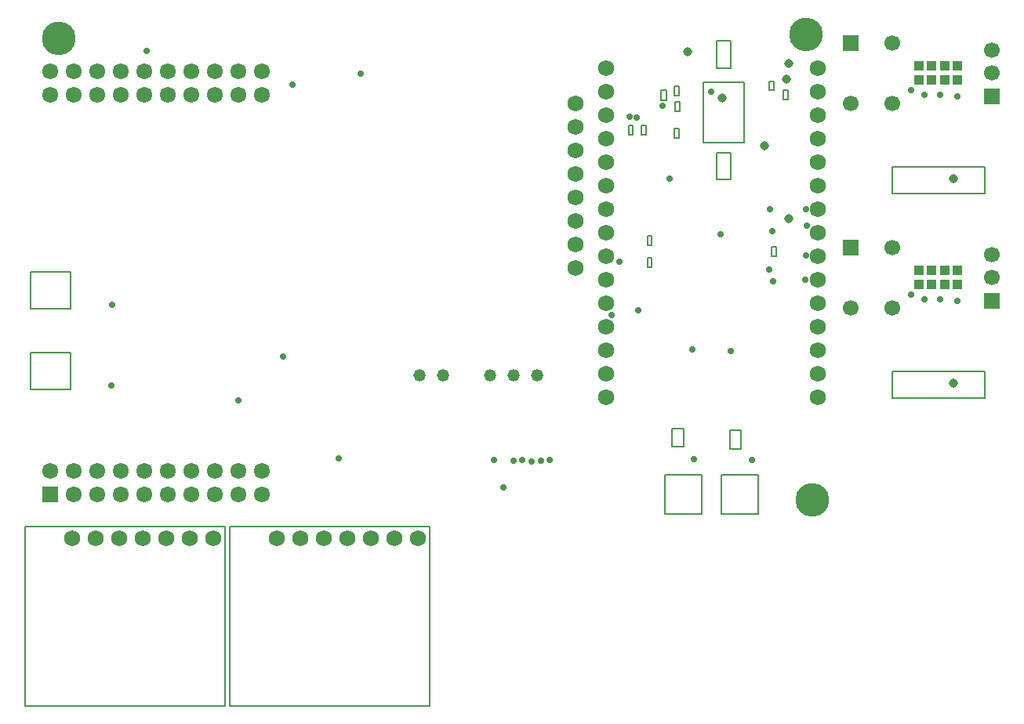
<source format=gbs>
G04*
G04 #@! TF.GenerationSoftware,Altium Limited,Altium Designer,24.2.2 (26)*
G04*
G04 Layer_Color=16711935*
%FSLAX42Y42*%
%MOMM*%
G71*
G04*
G04 #@! TF.SameCoordinates,76D319BD-C469-47C5-B3DC-DB0EE438ED8F*
G04*
G04*
G04 #@! TF.FilePolarity,Negative*
G04*
G01*
G75*
%ADD31C,0.15*%
%ADD32C,0.20*%
%ADD41C,1.32*%
%ADD55C,1.73*%
%ADD56C,1.70*%
%ADD57R,1.70X1.70*%
%ADD58C,0.71*%
%ADD59C,0.97*%
%ADD60C,3.63*%
%ADD61R,1.72X1.72*%
%ADD62C,1.72*%
%ADD63R,1.00X1.00*%
D31*
X256Y2990D02*
X2415D01*
X256Y1047D02*
Y2990D01*
Y1047D02*
X2415D01*
Y2990D01*
X2466D02*
X4625D01*
X2466Y1047D02*
Y2990D01*
Y1047D02*
X4625D01*
Y2990D01*
D32*
X10622Y4376D02*
Y4666D01*
X9622D02*
X10622D01*
X9622Y4376D02*
Y4666D01*
Y4376D02*
X10622D01*
Y6586D02*
Y6876D01*
X9622D02*
X10622D01*
X9622Y6586D02*
Y6876D01*
Y6586D02*
X10622D01*
X319Y5737D02*
X744D01*
X319Y5337D02*
Y5737D01*
Y5337D02*
X744D01*
Y5737D01*
X319Y4866D02*
X744D01*
X319Y4466D02*
Y4866D01*
Y4466D02*
X744D01*
Y4866D01*
X7775Y3123D02*
Y3548D01*
Y3123D02*
X8175D01*
Y3548D01*
X7775D02*
X8175D01*
X7163Y3123D02*
Y3548D01*
Y3123D02*
X7563D01*
Y3548D01*
X7163D02*
X7563D01*
X7580Y7135D02*
Y7785D01*
Y7135D02*
X8020D01*
Y7785D01*
X7580D02*
X8020D01*
X7880Y7942D02*
Y8232D01*
X7720D02*
X7880D01*
X7720Y7942D02*
Y8232D01*
Y7942D02*
X7880D01*
X6772Y7224D02*
X6822D01*
Y7324D01*
X6772D02*
X6822D01*
X6772Y7224D02*
Y7324D01*
X6909D02*
X6959D01*
X6909Y7224D02*
Y7324D01*
Y7224D02*
X6959D01*
Y7324D01*
X8441Y7703D02*
X8491D01*
X8441Y7603D02*
Y7703D01*
Y7603D02*
X8491D01*
Y7703D01*
X7272Y7470D02*
X7327D01*
Y7575D01*
X7272D02*
X7327D01*
X7272Y7470D02*
Y7575D01*
X7267Y7284D02*
X7317D01*
X7267Y7184D02*
Y7284D01*
Y7184D02*
X7317D01*
Y7284D01*
X7125Y7701D02*
X7180D01*
X7125Y7596D02*
Y7701D01*
Y7596D02*
X7180D01*
Y7701D01*
X8294Y7699D02*
X8343D01*
Y7799D01*
X8294D02*
X8343D01*
X8294Y7699D02*
Y7799D01*
X7267Y7641D02*
X7317D01*
Y7741D01*
X7267D02*
X7317D01*
X7267Y7641D02*
Y7741D01*
X7720Y6738D02*
Y7028D01*
Y6738D02*
X7880D01*
Y7028D01*
X7720D02*
X7880D01*
X6975Y5789D02*
X7025D01*
Y5889D01*
X6975D02*
X7025D01*
X6975Y5789D02*
Y5889D01*
Y6028D02*
X7025D01*
Y6128D01*
X6975D02*
X7025D01*
X6975Y6028D02*
Y6128D01*
X8314Y5908D02*
X8364D01*
Y6008D01*
X8314D02*
X8364D01*
X8314Y5908D02*
Y6008D01*
X7865Y4029D02*
X7990D01*
X7865Y3829D02*
Y4029D01*
Y3829D02*
X7990D01*
Y4029D01*
X7245Y4048D02*
X7370D01*
X7245Y3848D02*
Y4048D01*
Y3848D02*
X7370D01*
Y4048D01*
D41*
X5535Y4623D02*
D03*
X5789D02*
D03*
X5281D02*
D03*
X4773D02*
D03*
X4519D02*
D03*
D55*
X764Y2863D02*
D03*
X1018D02*
D03*
X1272D02*
D03*
X1526D02*
D03*
X1780D02*
D03*
X2034D02*
D03*
X2288D02*
D03*
X2974D02*
D03*
X3228D02*
D03*
X3482D02*
D03*
X3736D02*
D03*
X3990D02*
D03*
X4244D02*
D03*
X4498D02*
D03*
X8814Y7940D02*
D03*
Y7686D02*
D03*
Y7432D02*
D03*
Y7178D02*
D03*
Y6924D02*
D03*
Y6670D02*
D03*
Y6416D02*
D03*
Y6162D02*
D03*
Y5908D02*
D03*
Y5654D02*
D03*
Y5400D02*
D03*
Y5146D02*
D03*
Y4892D02*
D03*
Y4638D02*
D03*
Y4384D02*
D03*
X6528D02*
D03*
Y4638D02*
D03*
Y4892D02*
D03*
Y5146D02*
D03*
Y5400D02*
D03*
Y5654D02*
D03*
Y5908D02*
D03*
Y6162D02*
D03*
Y6416D02*
D03*
Y6670D02*
D03*
Y6924D02*
D03*
Y7178D02*
D03*
Y7432D02*
D03*
Y7686D02*
D03*
Y7940D02*
D03*
X6203Y7559D02*
D03*
Y7305D02*
D03*
Y7051D02*
D03*
Y6797D02*
D03*
Y6543D02*
D03*
Y6289D02*
D03*
Y6035D02*
D03*
Y5781D02*
D03*
D56*
X10693Y5927D02*
D03*
Y5677D02*
D03*
X9623Y6002D02*
D03*
Y5352D02*
D03*
X9173D02*
D03*
X10693Y8137D02*
D03*
Y7887D02*
D03*
X9623Y8212D02*
D03*
Y7562D02*
D03*
X9173D02*
D03*
D57*
X10693Y5427D02*
D03*
X9173Y6002D02*
D03*
X10693Y7637D02*
D03*
X9173Y8212D02*
D03*
D58*
X9969Y5441D02*
D03*
X10135Y5443D02*
D03*
X9827Y5489D02*
D03*
X10325Y5428D02*
D03*
X9969Y7650D02*
D03*
X10135Y7653D02*
D03*
X9827Y7699D02*
D03*
X10325Y7638D02*
D03*
X6881Y5321D02*
D03*
X7140Y7537D02*
D03*
X7661Y7686D02*
D03*
X3881Y7884D02*
D03*
X8108Y3703D02*
D03*
X8326Y6175D02*
D03*
X8334Y5639D02*
D03*
X8695Y6234D02*
D03*
X8687Y6414D02*
D03*
X8684Y5654D02*
D03*
X8687Y5913D02*
D03*
X6678Y5850D02*
D03*
X6856Y7407D02*
D03*
X6780Y7415D02*
D03*
X8296Y6414D02*
D03*
X8291Y5763D02*
D03*
X5418Y3411D02*
D03*
X3642Y3724D02*
D03*
X1570Y8128D02*
D03*
X2563Y4346D02*
D03*
X1199Y5387D02*
D03*
X1186Y4508D02*
D03*
X5323Y3705D02*
D03*
X5530Y3698D02*
D03*
X5626Y3703D02*
D03*
X5725Y3693D02*
D03*
X5824Y3695D02*
D03*
X5923Y3703D02*
D03*
X3043Y4826D02*
D03*
X6586Y5273D02*
D03*
X7480Y3711D02*
D03*
X7214Y6744D02*
D03*
X7460Y4899D02*
D03*
X7770Y6149D02*
D03*
X7879Y4884D02*
D03*
X3142Y7762D02*
D03*
D59*
X10279Y4539D02*
D03*
Y6749D02*
D03*
X8240Y7104D02*
D03*
X8499Y6314D02*
D03*
X7412Y8120D02*
D03*
X7785Y7615D02*
D03*
X8479Y7818D02*
D03*
X8504Y7991D02*
D03*
D60*
X617Y8265D02*
D03*
X8687Y8308D02*
D03*
X8758Y3272D02*
D03*
D61*
X531Y3338D02*
D03*
D62*
X785D02*
D03*
X1039D02*
D03*
X1293D02*
D03*
X1547D02*
D03*
X1801D02*
D03*
X2055D02*
D03*
X2309D02*
D03*
X2563D02*
D03*
X2817D02*
D03*
X531Y7910D02*
D03*
Y3592D02*
D03*
Y7656D02*
D03*
X785Y7910D02*
D03*
Y3592D02*
D03*
Y7656D02*
D03*
X1039Y7910D02*
D03*
Y3592D02*
D03*
Y7656D02*
D03*
X1293Y7910D02*
D03*
Y3592D02*
D03*
Y7656D02*
D03*
X1547Y7910D02*
D03*
Y3592D02*
D03*
Y7656D02*
D03*
X1801Y7910D02*
D03*
Y3592D02*
D03*
Y7656D02*
D03*
X2055Y7910D02*
D03*
Y3592D02*
D03*
Y7656D02*
D03*
X2309Y7910D02*
D03*
Y3592D02*
D03*
Y7656D02*
D03*
X2563Y7910D02*
D03*
Y3592D02*
D03*
Y7656D02*
D03*
X2817Y7910D02*
D03*
Y3592D02*
D03*
Y7656D02*
D03*
D63*
X9906Y5752D02*
D03*
Y5602D02*
D03*
X10325Y5752D02*
D03*
Y5602D02*
D03*
X10185Y5752D02*
D03*
Y5602D02*
D03*
X10046Y5752D02*
D03*
Y5602D02*
D03*
X9906Y7962D02*
D03*
Y7812D02*
D03*
X10325Y7962D02*
D03*
Y7812D02*
D03*
X10185Y7962D02*
D03*
Y7812D02*
D03*
X10046Y7962D02*
D03*
Y7812D02*
D03*
M02*

</source>
